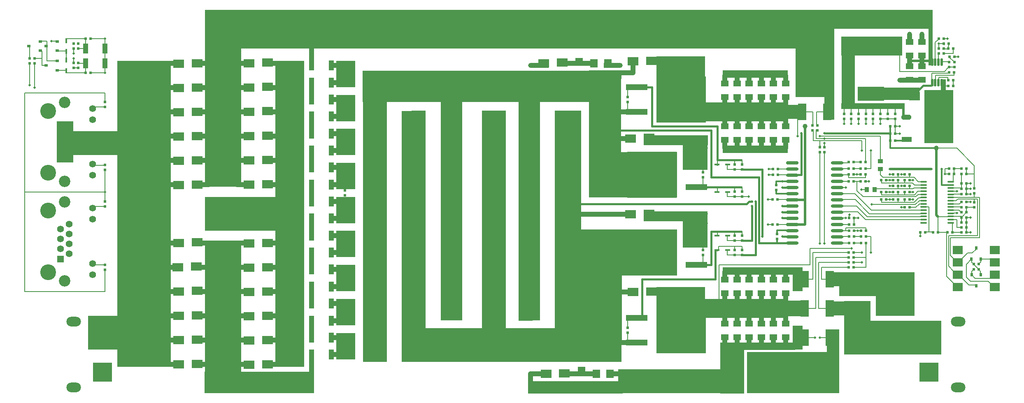
<source format=gtl>
G04*
G04 #@! TF.GenerationSoftware,Altium Limited,Altium Designer,18.1.7 (191)*
G04*
G04 Layer_Physical_Order=1*
G04 Layer_Color=255*
%FSLAX44Y44*%
%MOMM*%
G71*
G01*
G75*
%ADD10C,0.2000*%
%ADD16C,0.2540*%
%ADD18R,0.6000X0.6000*%
%ADD19R,1.5000X1.2000*%
%ADD20R,0.6000X0.6000*%
G04:AMPARAMS|DCode=21|XSize=1.47mm|YSize=0.48mm|CornerRadius=0.06mm|HoleSize=0mm|Usage=FLASHONLY|Rotation=90.000|XOffset=0mm|YOffset=0mm|HoleType=Round|Shape=RoundedRectangle|*
%AMROUNDEDRECTD21*
21,1,1.4700,0.3600,0,0,90.0*
21,1,1.3500,0.4800,0,0,90.0*
1,1,0.1200,0.1800,0.6750*
1,1,0.1200,0.1800,-0.6750*
1,1,0.1200,-0.1800,-0.6750*
1,1,0.1200,-0.1800,0.6750*
%
%ADD21ROUNDEDRECTD21*%
%ADD22R,1.8000X3.4000*%
%ADD23R,1.6000X1.8000*%
%ADD24O,2.6000X0.7000*%
%ADD25O,2.6000X0.6604*%
%ADD26R,0.9800X0.9300*%
%ADD27R,0.9300X0.9800*%
%ADD28R,1.5000X1.5000*%
%ADD29R,1.1000X2.0000*%
%ADD30R,0.4500X1.0000*%
%ADD31R,0.5500X0.8000*%
%ADD32R,2.9000X5.4000*%
%ADD33R,0.8000X0.5500*%
%ADD34R,2.2000X1.8000*%
%ADD35R,5.4000X2.9000*%
%ADD36O,1.4000X0.3500*%
%ADD37R,6.0000X6.0000*%
G04:AMPARAMS|DCode=38|XSize=2mm|YSize=1mm|CornerRadius=0mm|HoleSize=0mm|Usage=FLASHONLY|Rotation=180.000|XOffset=0mm|YOffset=0mm|HoleType=Round|Shape=Octagon|*
%AMOCTAGOND38*
4,1,8,-1.0000,0.2500,-1.0000,-0.2500,-0.7500,-0.5000,0.7500,-0.5000,1.0000,-0.2500,1.0000,0.2500,0.7500,0.5000,-0.7500,0.5000,-1.0000,0.2500,0.0*
%
%ADD38OCTAGOND38*%

%ADD39R,2.0000X1.0000*%
%ADD40R,1.0000X0.4500*%
%ADD41R,10.1600X9.5000*%
%ADD42R,4.5000X1.2500*%
%ADD75C,1.0000*%
%ADD76C,0.3000*%
%ADD77C,0.4000*%
%ADD78C,0.5000*%
%ADD79C,1.5000*%
%ADD80R,10.1000X4.9000*%
%ADD81R,22.5000X4.5000*%
%ADD82R,19.5000X2.5000*%
%ADD83R,5.0000X10.5000*%
%ADD84R,25.5000X5.0000*%
%ADD85R,0.9000X8.2000*%
%ADD86R,4.0000X1.0000*%
%ADD87R,1.0000X2.0000*%
%ADD88R,1.0000X2.0000*%
%ADD89R,4.5000X0.6000*%
%ADD90R,16.0000X7.0000*%
%ADD91R,6.0000X7.5000*%
%ADD92R,24.8000X4.0000*%
%ADD93R,2.0000X5.7000*%
%ADD94R,8.0000X10.5000*%
%ADD95R,15.0000X3.0000*%
%ADD96R,5.5000X11.0000*%
%ADD97R,7.5000X3.0000*%
%ADD98R,2.5000X5.7000*%
%ADD99R,4.0000X3.0000*%
%ADD100R,13.5000X1.5000*%
%ADD101R,13.5000X1.5000*%
%ADD102R,2.0000X5.0000*%
%ADD103R,2.0000X5.0000*%
%ADD104R,4.3000X3.2000*%
%ADD105R,15.0000X1.5000*%
%ADD106R,8.0000X9.0000*%
%ADD107R,19.0000X8.5000*%
%ADD108R,3.6000X2.1000*%
%ADD109R,2.7000X13.9000*%
%ADD110R,11.8000X2.6000*%
%ADD111R,12.5000X4.0000*%
%ADD112R,1.0000X4.3000*%
%ADD113R,13.0000X1.3000*%
%ADD114R,13.2000X2.0000*%
%ADD115R,5.2000X7.0000*%
%ADD116R,12.7000X2.0000*%
%ADD117R,5.2000X7.5000*%
%ADD118R,3.8000X1.0000*%
%ADD119R,10.1000X5.1000*%
%ADD120R,20.0000X7.0000*%
%ADD121R,4.0000X5.5000*%
%ADD122R,1.5000X1.0000*%
%ADD123R,5.5000X1.0000*%
%ADD124R,5.1000X1.0000*%
%ADD125R,3.4000X1.0000*%
%ADD126R,5.0000X32.5000*%
%ADD127R,9.8500X22.8000*%
%ADD128R,17.0000X5.0000*%
%ADD129R,3.5000X8.5000*%
%ADD130R,2.0000X1.0000*%
%ADD131R,7.5000X27.5000*%
%ADD132R,11.0000X63.0000*%
%ADD133R,6.0000X63.0000*%
%ADD134R,7.5000X36.5000*%
%ADD135R,1.0000X2.0000*%
%ADD136R,16.0000X1.6000*%
%ADD137R,25.0000X4.0000*%
%ADD138R,6.6500X19.8000*%
%ADD139R,18.2000X9.4000*%
%ADD140R,27.1000X4.0000*%
%ADD141R,123.5000X8.0000*%
%ADD142R,5.0000X51.7000*%
%ADD143R,5.0000X60.0000*%
%ADD144R,4.5000X46.0000*%
%ADD145R,4.5000X47.0000*%
%ADD146R,5.0000X45.2000*%
%ADD147R,22.2000X9.5000*%
%ADD148R,5.5000X45.7000*%
%ADD149R,44.8000X7.0000*%
%ADD150R,53.2000X6.5000*%
%ADD151O,3.0000X2.0000*%
%ADD152R,4.0000X4.0000*%
%ADD153R,2.0000X1.8000*%
%ADD154C,1.3980*%
%ADD155C,2.3550*%
%ADD156C,3.2500*%
%ADD157R,1.3980X1.3980*%
%ADD158C,0.4800*%
%ADD159C,1.0000*%
D10*
X1905000Y745000D02*
X1910000Y740000D01*
X1560000Y748000D02*
Y750000D01*
X1745000Y495000D02*
Y500000D01*
X2262000Y393000D02*
X2277000D01*
X2280000Y495000D02*
Y569998D01*
X2220000Y495000D02*
X2280000D01*
X2277000Y467000D02*
Y471000D01*
X2233000Y433000D02*
Y445000D01*
X2284000Y491000D02*
Y574000D01*
X2224000Y491000D02*
X2284000D01*
X2060000Y633000D02*
Y670000D01*
X2042000D02*
Y690000D01*
X1942000Y709920D02*
Y712920D01*
X1955000Y690000D02*
X2042000D01*
X2049000Y646000D02*
Y695000D01*
X1948000Y709920D02*
Y712920D01*
X1965000Y695000D02*
X2049000D01*
X2080000Y647700D02*
Y700000D01*
X1955000D02*
X2080000D01*
X2256162Y553000D02*
X2257080Y553918D01*
X2256080Y543998D02*
X2257080D01*
X2247998Y533998D02*
X2257998Y543998D01*
X2226374Y534278D02*
X2247280D01*
X2246920Y522998D02*
Y532998D01*
X2234000Y389000D02*
X2239000D01*
X2215922Y502000D02*
X2217920Y503998D01*
X2198000Y502000D02*
Y533998D01*
X2216000Y411000D02*
Y502000D01*
X1884000Y620000D02*
X1899000D01*
X1868080Y619998D02*
Y620000D01*
X484000Y631000D02*
X485000D01*
X2239999Y863080D02*
X2240000D01*
X2233080Y863011D02*
X2239999Y863080D01*
X2210080Y900000D02*
X2219000D01*
X2218998Y633000D02*
X2220000Y631998D01*
X2257000Y604000D02*
X2257080D01*
X2190700Y782100D02*
X2190900Y782700D01*
X2208000Y782000D02*
Y788000D01*
X2190500Y781500D02*
X2190700Y782100D01*
X2258000Y532000D02*
Y533998D01*
X2257080Y591920D02*
X2258000Y591000D01*
X2257080Y580000D02*
Y591920D01*
Y513918D02*
Y532918D01*
X2257000Y513000D02*
X2257080D01*
X2224594Y540998D02*
X2224594Y540998D01*
X2162077Y493999D02*
X2162140Y501360D01*
X2080000Y735000D02*
X2094920D01*
X2095000D02*
X2109920D01*
X2110000Y720000D02*
Y734920D01*
Y705000D02*
Y719920D01*
X375000Y895000D02*
X387000D01*
X1856920Y568998D02*
Y569000D01*
X485000Y565080D02*
Y585000D01*
X340000Y800000D02*
Y850000D01*
X330000Y805000D02*
Y850000D01*
X350000Y875000D02*
X355000D01*
X340000Y860000D02*
X355000D01*
X2112080Y705000D02*
X2120000D01*
X2112080Y720000D02*
X2120000D01*
X2110000Y745080D02*
Y760000D01*
X2219000Y840000D02*
X2220000D01*
X2212000Y833000D02*
X2219000Y840000D01*
X2120000Y833000D02*
X2212000D01*
X2120000D02*
Y866000D01*
X2217920Y829000D02*
X2218920Y830000D01*
X2186000Y829000D02*
X2217920D01*
X2186000Y814000D02*
Y829000D01*
X2200000Y890000D02*
X2210910D01*
X2192750Y852500D02*
Y892750D01*
X2199000Y899000D01*
X2230000Y878000D02*
X2231000D01*
X2209000Y869000D02*
X2209080Y868920D01*
X2230000Y870000D02*
Y878000D01*
X2210080Y870000D02*
X2230000D01*
X2210910Y889000D02*
Y890000D01*
Y888000D02*
X2210930Y890000D01*
X2199943Y885002D02*
X2200000Y890000D01*
X2199897Y880955D02*
X2199943Y885002D01*
Y885001D02*
Y885002D01*
X2198920Y880000D02*
X2199897Y880955D01*
X2027000Y621000D02*
X2038920D01*
X2026080Y504998D02*
X2034000D01*
X1760000Y369000D02*
Y380046D01*
X2015920Y537920D02*
X2016000Y538000D01*
X2015920Y530998D02*
Y537920D01*
X2002000Y530998D02*
X2009000D01*
X1910000Y700000D02*
Y740000D01*
X2237000Y675000D02*
X2272882Y639118D01*
X2195000Y675000D02*
X2237000D01*
X2194000D02*
X2195000D01*
X1869080Y619998D02*
X1887998D01*
X2195000Y675000D02*
X2195188Y674767D01*
X2095000Y745080D02*
Y760000D01*
X2080000Y745080D02*
Y760000D01*
X2065000Y745080D02*
Y760000D01*
X2080000Y725000D02*
Y732920D01*
X2065000Y725000D02*
Y732920D01*
X485000Y585000D02*
Y629920D01*
X320000Y585000D02*
Y789000D01*
Y380000D02*
Y585000D01*
X485000Y585000D01*
X320000Y789000D02*
X485000D01*
Y629920D02*
Y631000D01*
X320000Y380000D02*
X485000D01*
X1745000Y585000D02*
Y595000D01*
X1720000Y594000D02*
Y595000D01*
X1795000Y574920D02*
X1809000D01*
X1765000Y575000D02*
Y585000D01*
X485000Y830000D02*
Y845000D01*
X455080Y830000D02*
X485000D01*
Y885000D02*
Y900000D01*
X455080D02*
X485000D01*
X455080Y900000D02*
X455080Y900000D01*
X386500Y835000D02*
X405000D01*
X386500D02*
Y835500D01*
X405000Y900000D02*
X444920D01*
X405000Y900000D02*
Y900000D01*
X440000Y880000D02*
X444920Y875080D01*
Y900000D01*
X430000Y880000D02*
X440000D01*
X420000Y879920D02*
Y880000D01*
Y870000D02*
Y879920D01*
Y850160D02*
Y860000D01*
X444920Y875080D02*
X445000Y875000D01*
X386500Y875000D02*
X405000D01*
Y856000D02*
Y874000D01*
Y855000D02*
Y856000D01*
X386500Y875000D02*
Y875500D01*
X365000Y885000D02*
Y895000D01*
Y855000D02*
X385000D01*
X351500Y895000D02*
X365000D01*
X363500Y885000D02*
X365000Y883500D01*
Y855000D02*
Y883500D01*
X351500Y894500D02*
Y895000D01*
X330000Y860080D02*
Y885000D01*
X355000Y860000D02*
Y875000D01*
Y845000D02*
Y860000D01*
Y845000D02*
X363500D01*
X430000Y850000D02*
X445000D01*
X405000Y830000D02*
X443000D01*
X2048000Y646000D02*
X2049000D01*
X1948000Y695000D02*
Y709920D01*
X2049000Y646000D02*
X2049080D01*
X2025080Y440000D02*
X2042000D01*
X2025080Y460000D02*
X2042000D01*
X2277000Y393000D02*
Y394000D01*
X2248000Y407000D02*
X2262000Y393000D01*
X2115000Y621000D02*
X2116000Y620000D01*
X2085000Y615000D02*
X2096000D01*
X2080000Y620000D02*
X2085000Y615000D01*
X2080000Y620000D02*
Y630000D01*
X1942000Y690000D02*
Y709920D01*
X2049080Y633000D02*
X2060000D01*
X2232000Y841920D02*
X2233080D01*
X2221000D02*
X2232000D01*
X2258000Y532000D02*
X2264000D01*
X2050000Y745080D02*
Y760000D01*
Y745000D02*
Y745080D01*
X2020000D02*
Y760000D01*
Y745000D02*
Y745080D01*
X2035000D02*
Y760000D01*
Y745000D02*
Y745080D01*
X2005000D02*
Y760000D01*
Y745000D02*
Y745080D01*
X1868080Y568998D02*
X1894000D01*
X1867002D02*
X1868080D01*
Y517998D02*
X1894000D01*
X1867080D02*
X1868080D01*
X2284000Y438000D02*
X2286300Y440300D01*
Y446200D01*
X2288200D02*
X2310800D01*
X2271080Y436000D02*
X2282080Y425000D01*
X2268000Y444000D02*
X2268000Y444000D01*
Y439920D02*
Y444000D01*
Y439920D02*
X2271920Y436000D01*
X2268000Y421080D02*
X2271920Y425000D01*
X2268000Y416000D02*
Y421080D01*
X2268000Y416000D02*
X2268000Y416000D01*
X2282080Y425000D02*
X2286000Y421080D01*
Y416000D02*
Y421080D01*
X2273000Y622000D02*
Y637001D01*
Y592080D02*
Y622000D01*
X2272882Y639118D02*
X2273000Y637001D01*
X2273000Y569998D02*
X2280000D01*
X2239000D02*
X2273000D01*
X2225096Y574000D02*
X2284000D01*
X2273000Y564998D02*
Y569998D01*
X2257080Y553000D02*
X2272000D01*
X2230000Y606000D02*
Y621998D01*
X2231080D01*
X2231000Y633000D02*
X2246920D01*
X2231000Y632998D02*
Y633000D01*
X2213000Y622000D02*
Y631998D01*
X2213000Y631998D02*
X2213000Y631998D01*
X2224000Y454000D02*
Y491000D01*
X2220000Y432000D02*
Y495000D01*
X1868080Y619998D02*
X1869080D01*
X2216000Y411000D02*
X2231000Y396000D01*
X2232400D01*
X2230000Y422000D02*
X2235000D01*
X2220000Y432000D02*
X2230000Y422000D01*
X2224000Y454000D02*
X2233000Y445000D01*
X2229000Y527998D02*
X2237000D01*
Y512000D02*
Y527998D01*
Y512000D02*
X2245920D01*
X1926000Y750000D02*
X1941000D01*
Y724000D02*
Y750000D01*
X1949000D02*
X1968000D01*
X1949000Y723000D02*
Y750000D01*
X2244920Y562920D02*
Y565998D01*
X2242278Y560278D02*
X2244920Y562920D01*
X2228184Y560278D02*
X2242278D01*
X2245002Y543998D02*
X2247000D01*
X2241722Y547278D02*
X2245002Y543998D01*
X2224374Y547278D02*
X2241722D01*
X1941000Y460000D02*
X2014920D01*
X1941000Y405000D02*
Y460000D01*
X1924000Y405000D02*
X1941000D01*
X1953000Y440000D02*
X2014920D01*
X1953000Y345000D02*
Y440000D01*
Y345000D02*
X1976000D01*
X1947000Y450000D02*
X2014920D01*
X1947000Y345000D02*
Y450000D01*
X1924000Y345000D02*
X1947000D01*
X1959000Y430000D02*
X2014920D01*
X1959000Y405000D02*
Y430000D01*
Y405000D02*
X1975000D01*
X1935000Y469000D02*
X2020000D01*
X1935000Y435000D02*
Y469000D01*
X1748000Y435000D02*
X1935000D01*
X1748000Y363000D02*
Y435000D01*
X1965000Y479000D02*
Y666920D01*
X2307000Y396000D02*
X2312000D01*
X2302000Y401000D02*
X2307000Y396000D01*
X2265000Y401000D02*
X2302000D01*
X2282080Y436000D02*
X2284000Y437920D01*
X1948000Y709920D02*
X1950000Y711920D01*
X1948000Y695000D02*
X1965000D01*
X1940000Y711920D02*
X1942000Y709920D01*
Y690000D02*
X1955000D01*
X2041000Y590000D02*
X2052300D01*
X2026080Y530998D02*
X2032998D01*
X2063000Y559000D02*
X2152000D01*
X2060000Y460000D02*
Y493000D01*
X2051000D02*
X2060000D01*
X2050000Y450000D02*
Y480000D01*
X2025080Y450000D02*
X2040000D01*
X2050000D01*
Y430000D02*
Y450000D01*
X2025080Y430000D02*
X2050000D01*
X2044000Y575000D02*
X2153000D01*
X2032000Y587000D02*
X2044000Y575000D01*
X2032000Y587000D02*
Y607000D01*
X2049000Y528000D02*
X2167000D01*
X2033002Y543998D02*
X2049000Y528000D01*
X2001000Y543998D02*
X2033002D01*
X2057000Y540000D02*
X2166000D01*
X2028002Y568998D02*
X2057000Y540000D01*
X2001000Y568998D02*
X2028002D01*
X2156000Y534000D02*
X2169000D01*
X2053000D02*
X2103000D01*
X2031000Y556000D02*
X2053000Y534000D01*
X2003000Y556000D02*
X2031000D01*
X2061000Y547000D02*
X2168096D01*
X2027002Y580998D02*
X2061000Y547000D01*
X1998000Y580998D02*
X2027002D01*
X2050000Y725000D02*
Y732920D01*
X2005000Y725000D02*
Y732920D01*
X2224000Y788000D02*
X2229000Y793000D01*
X1745000Y641000D02*
Y651000D01*
X2224374Y573278D02*
X2225096Y574000D01*
X2035000Y725000D02*
Y732920D01*
X2020000Y725000D02*
Y732920D01*
X1747000Y465000D02*
Y473000D01*
X2175080Y502560D02*
X2187940D01*
X2257080Y602000D02*
Y604000D01*
Y591920D02*
Y602000D01*
X2264000D01*
X2257080D02*
X2257080D01*
X2258000Y591000D02*
X2264000D01*
X2257080Y579998D02*
Y580000D01*
X2264000D01*
X2257080D02*
X2257080D01*
X2257080Y502000D02*
X2263000D01*
X2257080Y512000D02*
Y513000D01*
Y502000D02*
Y512000D01*
X2232400Y396000D02*
X2239000Y389400D01*
X2215922Y502000D02*
X2216000D01*
X2198080D02*
X2215000D01*
X1765000Y455000D02*
Y465000D01*
X2190400Y781200D02*
X2190500Y781500D01*
X2190000Y780000D02*
X2190400Y781200D01*
X1955000Y285000D02*
X1975000D01*
X1924000D02*
X1945000D01*
X1920000D02*
X1924000D01*
X1955000Y479000D02*
Y666920D01*
X1955000Y685000D02*
Y690000D01*
Y685000D02*
X1955000D01*
Y677080D02*
Y685000D01*
X1965000Y677080D02*
Y685000D01*
X1940000Y711920D02*
Y712000D01*
X1950000Y711920D02*
Y712000D01*
X1765000Y631000D02*
X1794920D01*
X1765000D02*
Y641000D01*
X1794920Y631000D02*
X1795000Y630920D01*
X1794920Y631000D02*
X1794920Y631000D01*
X1780000Y503000D02*
Y503000D01*
Y495160D02*
Y503000D01*
X1745000D02*
Y503000D01*
Y500000D02*
Y503000D01*
X1795000Y586080D02*
Y595000D01*
Y641080D02*
Y651000D01*
X1780000Y651000D02*
Y651000D01*
Y641080D02*
Y651000D01*
X1745000D02*
Y651000D01*
X2014920Y430000D02*
X2015000D01*
X2014920Y440000D02*
X2015000D01*
X2050000Y480000D02*
X2050080D01*
X2025000Y430000D02*
X2025080D01*
X2025000Y460000D02*
X2025080D01*
X2014920D02*
X2015000D01*
X1955000Y677080D02*
X1957000Y679080D01*
X1780000Y473000D02*
X1795000D01*
X1747000D02*
X1780000D01*
X1795000Y465080D02*
Y473000D01*
X1780000Y465080D02*
Y473000D01*
X1745000Y503000D02*
X1780000D01*
X1795000Y495160D02*
Y503000D01*
X1780000D02*
X1795000D01*
X2049000Y633000D02*
X2049080D01*
X2211000Y803000D02*
X2219920D01*
X2209080Y869000D02*
X2210080Y870000D01*
X2209080Y879000D02*
X2220000D01*
X2208080D02*
X2209080D01*
X2219920Y880000D02*
X2220000Y890000D01*
X2230000Y862000D02*
X2231080Y862011D01*
X2085000Y883000D02*
X2088000Y886000D01*
X2206080Y853080D02*
X2221000D01*
X2199250Y851500D02*
Y868250D01*
X2200000Y813000D02*
Y821000D01*
X2186000Y809500D02*
X2186250D01*
X2203920Y781000D02*
X2205000D01*
X2229080Y801000D02*
X2230000D01*
X2229080D02*
X2230080Y803000D01*
Y815000D01*
X2200000Y821000D02*
X2218920D01*
Y815000D02*
Y821000D01*
Y815000D02*
X2219000D01*
X2193000Y816000D02*
Y825000D01*
X2218920Y801920D02*
X2219000Y802000D01*
X2221463Y862540D02*
X2232000Y852080D01*
X2225000Y825000D02*
X2230080Y825000D01*
X2231000D01*
X2230080Y825000D02*
Y825000D01*
X2193000Y825000D02*
X2225000D01*
X2229080D01*
X2231000Y825000D02*
Y830000D01*
X2200000Y782000D02*
X2201000D01*
X2190900Y782700D02*
X2191000Y783000D01*
X1715000Y625080D02*
Y640000D01*
X1714000Y484000D02*
Y485080D01*
X1715000Y465080D02*
Y485000D01*
X2099000Y621000D02*
X2105920D01*
X2107000D01*
X1745000Y651000D02*
X1780000D01*
X1780000Y485000D02*
X1795000D01*
X1780000Y651000D02*
X1795000D01*
X1780000Y574920D02*
X1795000D01*
X1765080D02*
X1780000D01*
X1765000Y575000D02*
X1765080Y574920D01*
X1780000Y585080D02*
Y595000D01*
X1745000D02*
X1745000D01*
X1780000Y454920D02*
X1795000D01*
X1765080D02*
X1780000D01*
X1765000Y455000D02*
X1765080Y454920D01*
X1765000Y485000D02*
X1780000D01*
X1765000Y495000D02*
X1765000Y495000D01*
Y485000D02*
Y495000D01*
X1745000Y500000D02*
X1745000D01*
X1715000Y600000D02*
Y614920D01*
Y440000D02*
Y454920D01*
X1560000Y800000D02*
X1561000D01*
X1560000Y780080D02*
Y800000D01*
Y750000D02*
Y769920D01*
Y748000D02*
X1561000D01*
X1560000Y275000D02*
Y294920D01*
Y305080D02*
Y325000D01*
X1530000Y715000D02*
X1535000D01*
X2050000Y505000D02*
Y511000D01*
X2014702Y505296D02*
X2016000Y503998D01*
X2009080Y505296D02*
Y511000D01*
Y505296D02*
X2013702D01*
X1990782D02*
X2009080D01*
Y511000D02*
X2050000D01*
X2025080Y632918D02*
X2038000D01*
X2025000Y632998D02*
X2025080Y632918D01*
X2049000Y614000D02*
Y623000D01*
X2007002Y620000D02*
X2015000D01*
Y614000D02*
Y620000D01*
Y614000D02*
X2049000D01*
X1867080Y619998D02*
X1868080D01*
X2026080Y530998D02*
Y531920D01*
Y517998D02*
Y530998D01*
X2026000Y532000D02*
X2026080Y531920D01*
X2049080Y607000D02*
X2056000D01*
X2047080D02*
X2049080D01*
X2039920Y505000D02*
X2041000D01*
X2033000D02*
X2039920D01*
X1894000Y517998D02*
X1894998D01*
X1895000Y518000D01*
X1893000Y543000D02*
X1894000Y544000D01*
X1867000Y569000D02*
X1867002Y568998D01*
X1887998Y619998D02*
X1888000Y620000D01*
X2096000Y615000D02*
X2096000Y615000D01*
X2152000Y559000D02*
X2159909Y566909D01*
X2158000Y606000D02*
X2165000D01*
X2149000Y615000D02*
X2158000Y606000D01*
X2140000Y615000D02*
X2149000D01*
X2150000Y599000D02*
X2150000Y599000D01*
X2146000Y603000D02*
X2150000Y599000D01*
X2130000Y603000D02*
X2146000D01*
X2115000Y608000D02*
X2116000Y607000D01*
X2130000Y603000D02*
Y610000D01*
Y603000D02*
Y603000D01*
X2137000Y591000D02*
X2140000D01*
X2116000D02*
X2137000D01*
X2140000D02*
X2147000D01*
X2116000D02*
Y598000D01*
X2067000Y591000D02*
X2116000D01*
X2147000Y591000D02*
X2149000Y593000D01*
X2157000Y586000D02*
X2164000D01*
X2130000Y579000D02*
X2150000D01*
X2150000D01*
X2157000Y586000D01*
X2157778Y579778D02*
X2168374D01*
X2153000Y575000D02*
X2157778Y579778D01*
X2032000Y607000D02*
X2038920D01*
X2025080D02*
X2032000D01*
X1997000Y594000D02*
X2009000D01*
X2005037Y607000D02*
X2014000D01*
X2005018Y606980D02*
X2005037Y607000D01*
X2037998Y645998D02*
X2038000D01*
X2025080D02*
X2036998D01*
X2007000Y619998D02*
X2007002Y620000D01*
X2031000Y493000D02*
X2039920D01*
X2026000D02*
X2031000D01*
X2039920D02*
X2040000D01*
X2031000Y492998D02*
X2036000D01*
X2026080D02*
X2031000D01*
Y493000D01*
X2036920Y480000D02*
X2037000D01*
X2026080D02*
X2036920D01*
X2026080Y479998D02*
Y480000D01*
X2037998Y645998D02*
X2038000Y646000D01*
X2140080Y609000D02*
X2147000D01*
X2138080D02*
X2140080D01*
X2096000Y615000D02*
X2116000D01*
X2159998Y559998D02*
X2160998D01*
X2153000Y553000D02*
X2159998Y559998D01*
X2141000Y553000D02*
X2153000D01*
X2159909Y566909D02*
X2160998D01*
X2130000Y567000D02*
X2131000Y568000D01*
X2081000Y569000D02*
X2082000Y568000D01*
X2130000Y563000D02*
X2149000D01*
X2130000D02*
Y563000D01*
X2159000Y573000D02*
X2165000D01*
X2149000Y563000D02*
X2159000Y573000D01*
X2130000Y563000D02*
Y567000D01*
X2160998Y559998D02*
X2168000D01*
X2160998D02*
X2161000Y560000D01*
X2140080Y553000D02*
X2141000D01*
X2138000D02*
X2140080D01*
X2161000Y560000D02*
X2165000D01*
X2130000Y579000D02*
Y585000D01*
X2116000Y579000D02*
Y586000D01*
X2224374Y586278D02*
X2236278D01*
X2025000Y622918D02*
Y622998D01*
X2129920Y553000D02*
X2130920D01*
X2124000D02*
X2129920D01*
X2099000Y609000D02*
X2105920D01*
X2092080D02*
X2099000D01*
Y569000D02*
X2105920D01*
X2092080D02*
X2099000D01*
Y585000D02*
X2105920D01*
X2092080D02*
X2099000D01*
X2149000Y593000D02*
X2165000D01*
X2140000Y597000D02*
X2140080D01*
X2166000Y599000D02*
X2167000Y600000D01*
X2150000Y599000D02*
X2166000D01*
X2116000Y615000D02*
Y620000D01*
Y615000D02*
X2140000D01*
X2123000Y621000D02*
X2129920D01*
X2140000Y615000D02*
Y620000D01*
X2082000Y603000D02*
Y607000D01*
X2116000Y603000D02*
X2130000D01*
X2082000D02*
X2116000D01*
Y607000D01*
X2198000Y502000D02*
X2198080D01*
X2140080Y585000D02*
X2147000D01*
X2138080D02*
X2140080D01*
Y569000D02*
X2147000D01*
X2138080D02*
X2140080D01*
X2140000Y591000D02*
X2140080Y591080D01*
Y597000D01*
X2123000D02*
X2129920D01*
X2105920D02*
X2107000D01*
X2099000D02*
X2105920D01*
Y609000D02*
X2107000D01*
X2105920Y585000D02*
X2107000D01*
X2105920Y569000D02*
X2107000D01*
X2141000Y553000D02*
X2142000Y554000D01*
X2245002Y580000D02*
X2246000Y580998D01*
X2224596Y580000D02*
X2245002D01*
X2224374Y579778D02*
X2224596Y580000D01*
X2246000Y502000D02*
X2247000Y503000D01*
X2228080Y502000D02*
X2246000D01*
X2257080Y602000D02*
Y604000D01*
Y591920D02*
Y602000D01*
Y591920D02*
X2257080Y591920D01*
X2269000Y459000D02*
X2277000Y467000D01*
X2259000Y459000D02*
X2269000D01*
X2247000Y447000D02*
X2259000Y459000D01*
X2246000Y447000D02*
X2247000D01*
X2239200Y440200D02*
X2246000Y447000D01*
X2234000Y420000D02*
X2235000Y419000D01*
X2273000Y574998D02*
Y579998D01*
X2257080Y543998D02*
X2257998D01*
X2246281Y533278D02*
X2247000Y533998D01*
X2247080Y533998D02*
X2247998D01*
X2257080Y553000D02*
X2257080D01*
X2256162D02*
X2257080D01*
X2257080D02*
Y553918D01*
Y543998D02*
Y553000D01*
X2257000Y553998D02*
X2257080Y553918D01*
X2246920Y621920D02*
X2247000Y622000D01*
X2246920Y591998D02*
Y614078D01*
X2224596Y593000D02*
X2244000D01*
X2224374Y592778D02*
X2224596Y593000D01*
X2257000Y532998D02*
X2257080Y532918D01*
X2213000Y633000D02*
X2218998D01*
X2213000Y632000D02*
Y633000D01*
X2168096Y547000D02*
X2168374Y547278D01*
X2166000Y540000D02*
X2167000Y541000D01*
X2116000Y579000D02*
X2130000D01*
X2082000D02*
X2116000D01*
X2082000D02*
Y584000D01*
X2116000Y563000D02*
X2130000D01*
X2082000D02*
X2116000D01*
X2082000D02*
Y568000D01*
X2116000Y563000D02*
Y567000D01*
X2165720Y586278D02*
X2166000Y585998D01*
X2165000Y586998D02*
X2165720Y586278D01*
X2168374D01*
X443000Y830000D02*
X443000Y830000D01*
X442920Y829920D02*
X443000Y830000D01*
X444920D02*
X445000D01*
X443000D02*
X444920D01*
Y900000D02*
Y900000D01*
Y900000D02*
X445000D01*
X420000Y840000D02*
X420080Y839920D01*
X430000D01*
X420000Y840000D02*
X420000D01*
X444920Y845080D02*
X445000Y845000D01*
X444920Y830000D02*
Y845080D01*
X485000Y875000D02*
X485000Y875000D01*
Y850000D02*
Y875000D01*
X444920Y849920D02*
X445000Y850000D01*
X483000Y855000D02*
X483000Y855000D01*
X1435000Y216000D02*
X1436000Y217000D01*
X2234000Y384000D02*
Y389000D01*
X2257000Y409000D02*
X2265000Y401000D01*
X2257000Y409000D02*
Y435900D01*
X2267300Y446200D01*
X2246800Y407000D02*
X2248000D01*
X2307000D02*
X2311000Y411000D01*
X2275000Y407000D02*
X2307000D01*
X2267500Y414500D02*
X2275000Y407000D01*
X2310800Y446200D02*
X2312000Y445000D01*
X2239000Y414800D02*
X2246800Y407000D01*
X2271000Y436000D02*
X2271080D01*
X2098002Y533998D02*
X2151998D01*
X1998000Y555998D02*
X2022002D01*
X2180000Y503000D02*
Y553998D01*
X2173000D02*
X2180000D01*
X2228080Y504918D02*
Y520078D01*
Y503000D02*
Y504918D01*
X2198000Y533998D02*
X2220000D01*
X2151998D02*
X2156000Y534000D01*
X2235780Y566778D02*
X2239000Y569998D01*
X2228184Y566778D02*
X2235780D01*
X2257080Y622000D02*
X2273000D01*
X2257080Y633000D02*
Y634920D01*
Y622000D02*
Y632000D01*
X2257000Y635000D02*
X2257080Y634920D01*
X2246920Y612000D02*
Y621920D01*
X2165000Y586998D02*
X2167000D01*
X2166721Y573278D02*
X2168374D01*
X2166721D02*
X2167000Y573000D01*
X2168374Y547278D02*
X2168721D01*
X2169000Y547000D01*
X1756000Y365000D02*
X1760000Y369000D01*
X485000Y770080D02*
Y789000D01*
X1869080Y620000D02*
X1876000D01*
X485000Y380000D02*
Y424920D01*
X460000Y435000D02*
X485000D01*
X460000Y555000D02*
X485000D01*
X460000Y640000D02*
X485000D01*
X460000Y760000D02*
X485000D01*
Y770000D02*
Y770080D01*
X2214000Y621998D02*
X2220000D01*
X1856000Y569000D02*
X1856920D01*
X1850000Y619998D02*
X1857920D01*
X1888102Y479896D02*
X1889000Y478998D01*
X1888000Y479998D02*
X1888102Y479896D01*
X2224594Y540998D02*
X2237000D01*
X2187860Y501480D02*
X2187940Y501560D01*
X2197940D02*
X2198020Y501480D01*
X1990782Y606896D02*
X2005018Y606980D01*
X2005000Y606998D02*
X2005018Y606980D01*
X1990884Y606998D02*
X2005000D01*
X1990782Y606896D02*
X1990884Y606998D01*
X1849000Y568998D02*
X1856920D01*
X1850000Y631998D02*
X1857920D01*
X1889000Y631998D02*
X1890000Y632998D01*
X1869080Y631998D02*
X1887000D01*
X1849000Y517998D02*
X1856920D01*
X1894000Y517998D02*
X1895000Y516998D01*
X2257000Y563998D02*
X2257080D01*
X2264000D01*
X2245000Y552998D02*
Y553998D01*
X2238000D02*
X2245000D01*
X2238000Y553998D02*
X2238000Y553998D01*
X1999000Y517998D02*
X2003000D01*
X2014920D01*
X2001000Y529998D02*
X2002000Y530998D01*
X2013920Y633998D02*
X2014920Y632998D01*
X1997000Y630998D02*
X1999000Y632998D01*
X2013920D01*
X1999000Y619998D02*
X2007000D01*
X2024000Y621158D02*
Y621998D01*
X2231000Y621998D02*
Y629918D01*
X1994000Y644998D02*
X2014920D01*
Y645998D02*
X2015000D01*
X2014920Y632998D02*
X2015000D01*
X1999000Y479998D02*
X2014920D01*
X1997000Y492998D02*
X2014920D01*
X2228000Y504998D02*
X2228080Y504918D01*
Y520078D02*
X2229000Y520998D01*
X2160998Y566909D02*
X2168374Y566778D01*
X2160998Y566909D02*
X2160998D01*
X2166920Y585918D02*
X2167000Y585998D01*
X2257080Y512998D02*
Y513918D01*
X2257000Y513998D02*
X2257080Y513918D01*
X2228000Y553998D02*
X2238000D01*
X2224374Y540778D02*
X2224594Y540998D01*
X2224155Y566998D02*
X2224374Y566778D01*
X1990580Y568998D02*
X1990782Y568796D01*
X2224155Y592998D02*
X2224374Y592778D01*
D16*
X1888080Y632918D02*
X1889000Y631998D01*
D18*
X2110000Y734920D02*
D03*
Y745080D02*
D03*
X2095000Y734920D02*
D03*
Y745080D02*
D03*
X2080000Y734920D02*
D03*
Y745080D02*
D03*
X2065000Y734920D02*
D03*
Y745080D02*
D03*
X978500Y587580D02*
D03*
Y577420D02*
D03*
X1955000Y677080D02*
D03*
Y666920D02*
D03*
X1965000Y677080D02*
D03*
Y666920D02*
D03*
X1940000Y711920D02*
D03*
Y722080D02*
D03*
X1950000Y711920D02*
D03*
Y722080D02*
D03*
X2035000Y734920D02*
D03*
Y745080D02*
D03*
X2020000D02*
D03*
Y734920D02*
D03*
X2005000D02*
D03*
Y745080D02*
D03*
X2232000Y841920D02*
D03*
Y852080D02*
D03*
X2221000Y841920D02*
D03*
Y852080D02*
D03*
X420000Y890080D02*
D03*
Y879920D02*
D03*
X430000D02*
D03*
Y890080D02*
D03*
X2273000Y581920D02*
D03*
Y592080D02*
D03*
X1780000Y641080D02*
D03*
Y630920D02*
D03*
Y454920D02*
D03*
Y465080D02*
D03*
X1780000Y485000D02*
D03*
Y495160D02*
D03*
X1780000Y585080D02*
D03*
Y574920D02*
D03*
X1795000Y485000D02*
D03*
Y495160D02*
D03*
X1795000Y585080D02*
D03*
Y574920D02*
D03*
Y454920D02*
D03*
Y465080D02*
D03*
Y641080D02*
D03*
Y630920D02*
D03*
X330000Y849920D02*
D03*
Y860080D02*
D03*
X340000Y849920D02*
D03*
Y860080D02*
D03*
X420000Y840000D02*
D03*
Y850160D02*
D03*
X485000Y435080D02*
D03*
Y424920D02*
D03*
Y640080D02*
D03*
Y629920D02*
D03*
Y554920D02*
D03*
Y565080D02*
D03*
Y759920D02*
D03*
Y770080D02*
D03*
X430000Y850080D02*
D03*
Y839920D02*
D03*
X1715000Y614920D02*
D03*
Y625080D02*
D03*
X1866000Y588920D02*
D03*
Y599080D02*
D03*
X1867000Y498080D02*
D03*
Y487920D02*
D03*
X2050000Y734920D02*
D03*
Y745080D02*
D03*
X1715000Y465080D02*
D03*
Y454920D02*
D03*
X1560000Y780080D02*
D03*
Y769920D02*
D03*
Y294920D02*
D03*
Y305080D02*
D03*
X2273000Y552920D02*
D03*
Y563080D02*
D03*
D19*
X2165000Y893954D02*
D03*
Y866046D02*
D03*
Y816046D02*
D03*
Y843954D02*
D03*
X2140000Y816046D02*
D03*
Y843954D02*
D03*
Y893954D02*
D03*
Y866046D02*
D03*
X1759968Y403906D02*
D03*
Y375998D02*
D03*
X1784968Y403906D02*
D03*
Y375998D02*
D03*
X1809967Y403906D02*
D03*
Y375998D02*
D03*
X1834967Y403906D02*
D03*
Y375998D02*
D03*
X1859967Y403906D02*
D03*
Y375998D02*
D03*
X1885000Y403954D02*
D03*
Y376046D02*
D03*
X1885033Y286094D02*
D03*
Y314002D02*
D03*
X1860033Y286094D02*
D03*
Y314002D02*
D03*
X1835034Y286094D02*
D03*
Y314002D02*
D03*
X1810034Y286094D02*
D03*
Y314002D02*
D03*
X1785034Y286094D02*
D03*
Y314002D02*
D03*
X1760034Y286094D02*
D03*
Y314002D02*
D03*
X1760000Y807954D02*
D03*
Y780046D02*
D03*
X1784966Y807906D02*
D03*
Y779998D02*
D03*
X1810000Y807954D02*
D03*
Y780046D02*
D03*
X1835000Y807954D02*
D03*
Y780046D02*
D03*
X1860000Y807954D02*
D03*
Y780046D02*
D03*
X1884967Y807906D02*
D03*
Y779998D02*
D03*
X1885000Y692046D02*
D03*
Y719954D02*
D03*
X1860000Y692046D02*
D03*
Y719954D02*
D03*
X1835000Y692046D02*
D03*
Y719954D02*
D03*
X1810000Y692046D02*
D03*
Y719954D02*
D03*
X1785000Y692046D02*
D03*
Y719954D02*
D03*
X1760034Y692094D02*
D03*
Y720002D02*
D03*
D20*
X2110080Y720000D02*
D03*
X2099920D02*
D03*
X2025080Y430000D02*
D03*
X2014920D02*
D03*
X2025080Y460000D02*
D03*
X2014920D02*
D03*
X2025080Y450000D02*
D03*
X2014920D02*
D03*
X2025080Y440000D02*
D03*
X2014920D02*
D03*
X2099920Y705000D02*
D03*
X2110080D02*
D03*
X2230080Y880000D02*
D03*
X2219920D02*
D03*
X2220920Y831000D02*
D03*
X2231080D02*
D03*
X2210080Y900000D02*
D03*
X2199920D02*
D03*
X2230080Y815000D02*
D03*
X2219920D02*
D03*
Y803000D02*
D03*
X2230080D02*
D03*
X2232080Y863000D02*
D03*
X2221920D02*
D03*
X2210080Y870000D02*
D03*
X2199920D02*
D03*
Y880000D02*
D03*
X2210080D02*
D03*
X2209920Y890000D02*
D03*
X2220080D02*
D03*
X2081920Y609000D02*
D03*
X2092080D02*
D03*
X2081920Y569000D02*
D03*
X2092080D02*
D03*
X444920Y900000D02*
D03*
X455080D02*
D03*
X2282080Y425000D02*
D03*
X2271920D02*
D03*
Y436000D02*
D03*
X2282080D02*
D03*
X2257080Y512000D02*
D03*
X2246920D02*
D03*
X2140080Y585000D02*
D03*
X2129920D02*
D03*
X2257080Y622000D02*
D03*
X2246920D02*
D03*
X2116080Y609000D02*
D03*
X2105920D02*
D03*
X2231080Y632998D02*
D03*
X2220920D02*
D03*
X2257080Y532000D02*
D03*
X2246920D02*
D03*
X2172080Y502000D02*
D03*
X2161920D02*
D03*
X2231080Y621998D02*
D03*
X2220920D02*
D03*
X2246920Y633000D02*
D03*
X2257080D02*
D03*
X2257080Y602000D02*
D03*
X2246920D02*
D03*
X1869080Y631998D02*
D03*
X1858920D02*
D03*
X2257080Y563998D02*
D03*
X2246920D02*
D03*
X2257080Y553000D02*
D03*
X2246920D02*
D03*
X2129920Y609000D02*
D03*
X2140080D02*
D03*
X2092080Y585000D02*
D03*
X2081920D02*
D03*
X2187920Y502000D02*
D03*
X2198080D02*
D03*
X2257080Y580000D02*
D03*
X2246920D02*
D03*
Y591000D02*
D03*
X2257080D02*
D03*
X1869080Y619998D02*
D03*
X1858920D02*
D03*
X444920Y830000D02*
D03*
X455080D02*
D03*
X2049080Y621000D02*
D03*
X2038920D02*
D03*
X2050080Y505000D02*
D03*
X2039920D02*
D03*
X2099920Y690000D02*
D03*
X2110080D02*
D03*
X2105920Y597000D02*
D03*
X2116080D02*
D03*
X2129920D02*
D03*
X2140080D02*
D03*
X2129920Y621000D02*
D03*
X2140080D02*
D03*
X2105920D02*
D03*
X2116080D02*
D03*
X1868080Y517998D02*
D03*
X1857920D02*
D03*
X1868080Y568998D02*
D03*
X1857920D02*
D03*
X2049080Y646000D02*
D03*
X2038920D02*
D03*
X2049080Y633000D02*
D03*
X2038920D02*
D03*
X2025080Y621000D02*
D03*
X2014920D02*
D03*
X2026080Y504998D02*
D03*
X2015920D02*
D03*
X2025080Y633000D02*
D03*
X2014920D02*
D03*
X2025080Y645998D02*
D03*
X2014920D02*
D03*
X2015920Y530998D02*
D03*
X2026080D02*
D03*
X2049080Y607000D02*
D03*
X2038920D02*
D03*
X2015920Y492998D02*
D03*
X2026080D02*
D03*
X2015920Y479998D02*
D03*
X2026080D02*
D03*
X2014920Y607000D02*
D03*
X2025080D02*
D03*
X2015920Y517998D02*
D03*
X2026080D02*
D03*
X2217920Y502000D02*
D03*
X2228080D02*
D03*
X2039920Y480000D02*
D03*
X2050080D02*
D03*
X2039920Y493000D02*
D03*
X2050080D02*
D03*
X2257080Y502000D02*
D03*
X2246920D02*
D03*
X2105920Y585000D02*
D03*
X2116080D02*
D03*
X2257080Y522000D02*
D03*
X2246920D02*
D03*
X2140080Y569000D02*
D03*
X2129920D02*
D03*
X2116080D02*
D03*
X2105920D02*
D03*
X2246920Y543000D02*
D03*
X2257080D02*
D03*
X2140080Y553000D02*
D03*
X2129920D02*
D03*
D21*
X2186250Y852500D02*
D03*
X2192750D02*
D03*
X2199250D02*
D03*
X2205750D02*
D03*
Y809500D02*
D03*
X2199250D02*
D03*
X2192750D02*
D03*
X2186250D02*
D03*
D22*
X1924000Y405000D02*
D03*
X1976000D02*
D03*
X1924000Y285000D02*
D03*
X1976000D02*
D03*
X1924000Y345000D02*
D03*
X1976000D02*
D03*
X1919000Y750000D02*
D03*
X1971000D02*
D03*
D23*
X1496000Y210000D02*
D03*
X1524000D02*
D03*
X1491000Y850000D02*
D03*
X1519000D02*
D03*
D24*
X1898782Y644996D02*
D03*
Y568796D02*
D03*
Y556096D02*
D03*
Y543396D02*
D03*
Y530696D02*
D03*
Y517996D02*
D03*
D25*
Y632296D02*
D03*
Y619596D02*
D03*
Y606896D02*
D03*
Y594196D02*
D03*
Y581496D02*
D03*
Y505296D02*
D03*
Y492596D02*
D03*
Y479896D02*
D03*
X1990782Y644996D02*
D03*
Y632296D02*
D03*
Y619596D02*
D03*
Y606896D02*
D03*
Y594196D02*
D03*
Y581496D02*
D03*
Y568796D02*
D03*
Y556096D02*
D03*
Y543396D02*
D03*
Y530696D02*
D03*
Y517996D02*
D03*
Y505296D02*
D03*
Y492596D02*
D03*
Y479896D02*
D03*
D26*
X2080000Y647700D02*
D03*
Y632300D02*
D03*
D27*
X2052300Y590000D02*
D03*
X2067700D02*
D03*
D28*
X1465000Y242954D02*
D03*
Y217046D02*
D03*
X1460000Y827046D02*
D03*
Y852954D02*
D03*
D29*
X910000Y530000D02*
D03*
X950000D02*
D03*
X950000Y845000D02*
D03*
X910000D02*
D03*
X950000Y495000D02*
D03*
X910000D02*
D03*
Y810000D02*
D03*
X950000D02*
D03*
X910000Y460000D02*
D03*
X950000D02*
D03*
Y775000D02*
D03*
X910000D02*
D03*
X950000Y425000D02*
D03*
X910000D02*
D03*
X910000Y740000D02*
D03*
X950000D02*
D03*
X910000Y390000D02*
D03*
X950000D02*
D03*
Y705000D02*
D03*
X910000D02*
D03*
X950000Y355000D02*
D03*
X910000D02*
D03*
Y670000D02*
D03*
X950000D02*
D03*
X910000Y320000D02*
D03*
X950000D02*
D03*
Y635000D02*
D03*
X910000D02*
D03*
X950000Y285000D02*
D03*
X910000D02*
D03*
Y600000D02*
D03*
X950000D02*
D03*
X910000Y250000D02*
D03*
X950000D02*
D03*
Y565000D02*
D03*
X910000D02*
D03*
X485000Y880000D02*
D03*
X445000D02*
D03*
X485000Y850000D02*
D03*
X445000D02*
D03*
D30*
X405000Y874000D02*
D03*
Y896000D02*
D03*
Y856000D02*
D03*
Y834000D02*
D03*
D31*
X2277000Y391500D02*
D03*
X2267500Y414500D02*
D03*
X2286500D02*
D03*
X2276800Y469200D02*
D03*
X2286300Y446200D02*
D03*
X2267300D02*
D03*
D32*
X1290000Y535000D02*
D03*
X1190000D02*
D03*
X1290000Y725000D02*
D03*
X1190000D02*
D03*
X1030000D02*
D03*
X1130000D02*
D03*
X1190000Y350000D02*
D03*
X1290000D02*
D03*
X1030000D02*
D03*
X1130000D02*
D03*
X1030000Y535000D02*
D03*
X1130000D02*
D03*
X1350000Y725000D02*
D03*
X1450000D02*
D03*
X1350000Y535000D02*
D03*
X1450000D02*
D03*
X1350000Y346998D02*
D03*
X1450000D02*
D03*
D33*
X386500Y875500D02*
D03*
Y894500D02*
D03*
X363500Y885000D02*
D03*
X351500Y875500D02*
D03*
Y894500D02*
D03*
X328500Y885000D02*
D03*
X386500Y835500D02*
D03*
Y854500D02*
D03*
X363500Y845000D02*
D03*
D34*
X1566000Y695000D02*
D03*
X1604000Y696000D02*
D03*
X2150000Y782000D02*
D03*
X2188000Y783000D02*
D03*
X674000Y600000D02*
D03*
X636000Y599000D02*
D03*
X819000Y851000D02*
D03*
X781000Y850000D02*
D03*
X636000Y849000D02*
D03*
X674000Y850000D02*
D03*
X781000Y229000D02*
D03*
X819000Y230000D02*
D03*
X674000Y231000D02*
D03*
X636000Y230000D02*
D03*
X781000Y479000D02*
D03*
X819000Y480000D02*
D03*
X781000Y429000D02*
D03*
X819000Y430000D02*
D03*
X781000Y379000D02*
D03*
X819000Y380000D02*
D03*
X781000Y329000D02*
D03*
X819000Y330000D02*
D03*
X781000Y279000D02*
D03*
X819000Y280000D02*
D03*
X674000Y481000D02*
D03*
X636000Y480000D02*
D03*
X673000Y431000D02*
D03*
X635000Y430000D02*
D03*
X674000Y381000D02*
D03*
X636000Y380000D02*
D03*
X674000Y331000D02*
D03*
X636000Y330000D02*
D03*
X674000Y281000D02*
D03*
X636000Y280000D02*
D03*
X819000Y601000D02*
D03*
X781000Y600000D02*
D03*
X819000Y651000D02*
D03*
X781000Y650000D02*
D03*
X819000Y701000D02*
D03*
X781000Y700000D02*
D03*
X819000Y751000D02*
D03*
X781000Y750000D02*
D03*
X819000Y801000D02*
D03*
X781000Y800000D02*
D03*
X636000Y799000D02*
D03*
X674000Y800000D02*
D03*
X636000Y749000D02*
D03*
X674000Y750000D02*
D03*
X636000Y699000D02*
D03*
X674000Y700000D02*
D03*
X636000Y649000D02*
D03*
X674000Y650000D02*
D03*
X1571000Y379000D02*
D03*
X1609000Y380000D02*
D03*
X1571000Y854000D02*
D03*
X1609000Y855000D02*
D03*
X1604000Y540000D02*
D03*
X1566000Y539000D02*
D03*
X1430000Y211000D02*
D03*
X1392000Y210000D02*
D03*
X1425000Y851000D02*
D03*
X1387000Y850000D02*
D03*
D35*
X2060000Y787000D02*
D03*
Y887000D02*
D03*
D36*
X2224374Y521278D02*
D03*
Y527778D02*
D03*
Y534278D02*
D03*
Y540778D02*
D03*
Y547278D02*
D03*
Y553778D02*
D03*
Y560278D02*
D03*
Y566778D02*
D03*
Y573278D02*
D03*
Y579778D02*
D03*
Y586278D02*
D03*
Y592778D02*
D03*
Y599278D02*
D03*
Y605778D02*
D03*
X2168374Y521278D02*
D03*
Y527778D02*
D03*
Y534278D02*
D03*
Y540778D02*
D03*
Y547278D02*
D03*
Y553778D02*
D03*
Y560278D02*
D03*
Y566778D02*
D03*
Y573278D02*
D03*
Y579778D02*
D03*
Y586278D02*
D03*
Y592778D02*
D03*
Y599278D02*
D03*
Y605778D02*
D03*
D37*
X2200500Y715000D02*
D03*
D38*
X2133000Y739000D02*
D03*
D39*
X2134000Y693000D02*
D03*
X1535000Y210000D02*
D03*
D40*
X1766000Y585000D02*
D03*
X1744000D02*
D03*
X1766000Y495000D02*
D03*
X1744000D02*
D03*
X1766000Y465000D02*
D03*
X1744000D02*
D03*
X1766000Y641000D02*
D03*
X1744000D02*
D03*
D41*
X1610000Y620000D02*
D03*
Y460000D02*
D03*
X1670000Y300000D02*
D03*
Y775000D02*
D03*
D42*
X1701440Y594600D02*
D03*
Y645400D02*
D03*
Y434600D02*
D03*
Y485400D02*
D03*
X1578560Y325400D02*
D03*
Y274600D02*
D03*
Y800400D02*
D03*
Y749600D02*
D03*
D75*
X1611000Y853000D02*
X1624000D01*
Y824000D02*
Y853000D01*
X1560000Y750000D02*
X1578560D01*
X1550000Y180000D02*
X1760000D01*
X1360000D02*
X1550000D01*
X1615000Y696000D02*
X1705000D01*
Y645000D02*
Y690000D01*
X1524000Y210000D02*
X1550000D01*
X1760000Y180000D02*
Y270000D01*
X1360000Y210000D02*
X1390000D01*
X1360000Y180000D02*
Y210000D01*
X1550000Y180000D02*
Y210000D01*
X1571000Y830000D02*
Y854000D01*
X1542000Y830000D02*
X1571000D01*
X1542000Y819000D02*
Y830000D01*
X910000Y205000D02*
Y250000D01*
X1700000Y540000D02*
X1702000D01*
X1680000D02*
X1700000D01*
X1604000D02*
X1680000D01*
X1535000Y710000D02*
Y715000D01*
Y695000D02*
Y710000D01*
X1609000Y855000D02*
X1611000Y853000D01*
X1535000Y695000D02*
X1561000D01*
X1535000Y750000D02*
X1560000D01*
X1535000Y715000D02*
Y750000D01*
X1578560Y749600D02*
Y750000D01*
X1458000Y539000D02*
Y541000D01*
Y539000D02*
X1566000D01*
X1526000Y379000D02*
X1571000D01*
X1507000Y274600D02*
X1578560D01*
X910000Y845000D02*
Y900000D01*
X910000Y775000D02*
Y810000D01*
Y705000D02*
Y740000D01*
Y635000D02*
Y670000D01*
Y565000D02*
Y600000D01*
Y495000D02*
Y525000D01*
X910000Y425000D02*
Y460000D01*
X910000Y355000D02*
Y385000D01*
Y285000D02*
Y315000D01*
D76*
X1867000Y480000D02*
Y488920D01*
X2099920Y705080D02*
Y720000D01*
Y705000D02*
Y705080D01*
X2206000Y599278D02*
Y632000D01*
Y599278D02*
X2224374D01*
X2100000Y675000D02*
X2194000D01*
X2099920D02*
Y690000D01*
Y705000D01*
X2110080Y690000D02*
X2135000D01*
X1878000Y607000D02*
X1897000D01*
X1866000D02*
X1878000D01*
X1867000Y480000D02*
X1887000D01*
X1867000Y506000D02*
X1890000D01*
X1867000Y500080D02*
Y506000D01*
X1866000Y600080D02*
Y607000D01*
Y581496D02*
Y589000D01*
Y581496D02*
X1894782D01*
D77*
X1732000Y615000D02*
Y712000D01*
X1541000D02*
X1732000D01*
X1810000Y565000D02*
X1816000D01*
X1805000Y560000D02*
X1810000Y565000D01*
X1456000Y560000D02*
X1805000D01*
X1830000Y480000D02*
X1830000Y615000D01*
X1732000D02*
X1830000D01*
X1732000Y435000D02*
Y503000D01*
X1718000Y435000D02*
X1732000D01*
X1718000Y435000D02*
X1718000Y435000D01*
X1718000Y435000D02*
X1722000D01*
X2099000Y706000D02*
X2099920Y705080D01*
X1965000Y706000D02*
X2099000D01*
X2186000Y807000D02*
Y809500D01*
X2184000Y804000D02*
X2185000Y805000D01*
X2168000Y804000D02*
X2184000D01*
X2158000Y794000D02*
X2168000Y804000D01*
X1723000Y595000D02*
X1742000D01*
X1878000Y531000D02*
X1898782D01*
X1917000Y620000D02*
Y706000D01*
X1908000Y620000D02*
X1917000D01*
X1878000Y493000D02*
X1893000D01*
X1737000Y595000D02*
X1745000D01*
X1720000Y592000D02*
X1723000Y595000D01*
X1456000Y560000D02*
Y568000D01*
X1745000Y651000D02*
Y720000D01*
X1610000D02*
X1745000D01*
X1830000Y480000D02*
X1895000D01*
X1740000Y465000D02*
X1745000D01*
X1740000Y405000D02*
Y465000D01*
X1590000Y405000D02*
X1740000D01*
X1590000Y327000D02*
Y405000D01*
X1720000Y592000D02*
Y594000D01*
X1878000Y556000D02*
X1898782D01*
X1816000Y485000D02*
Y556000D01*
X1795000Y485000D02*
X1816000D01*
X1878000Y594196D02*
X1898782D01*
X1795000Y455000D02*
X1823000D01*
Y565000D01*
X1794920Y631000D02*
X1837000D01*
X1794000D02*
X1794920D01*
X1780000Y503000D02*
X1794000D01*
X1745000D02*
X1780000D01*
X1732000D02*
X1745000D01*
X1780000Y595000D02*
X1794000D01*
X1780000Y651000D02*
X1794000D01*
X1745000D02*
X1780000D01*
X1541000Y706000D02*
Y710000D01*
X1535000D02*
X1541000D01*
X1520000D02*
X1535000D01*
X1745000Y595000D02*
X1780000D01*
X1837000Y493000D02*
Y631000D01*
X1795000Y485000D02*
Y485000D01*
X1878000Y594196D02*
X1878002Y594000D01*
X2158000Y786000D02*
Y794000D01*
X1744000Y641000D02*
X1745000D01*
X1795000Y454920D02*
Y455000D01*
X1610000Y720000D02*
Y800400D01*
X1578560D02*
X1610000D01*
X1585000Y327000D02*
X1586000D01*
X1878000Y543000D02*
X1893000D01*
D78*
X2099000Y632000D02*
X2099000Y632000D01*
X2185000D01*
X760000Y205000D02*
X910000D01*
X760000D02*
Y230000D01*
X2195000Y585000D02*
Y675000D01*
X2160000Y923000D02*
X2164000D01*
X2127000Y740000D02*
Y760000D01*
X1898782Y568796D02*
X1925000D01*
Y720000D01*
Y518000D02*
Y568796D01*
X1909000Y518000D02*
X1925000D01*
X2195000Y585000D02*
X2195000Y585000D01*
X2195000Y536998D02*
Y585000D01*
Y536998D02*
X2198000Y533998D01*
X950000Y805000D02*
Y810000D01*
X950000Y805000D02*
X950000Y805000D01*
X910000Y810000D02*
X910000Y810000D01*
X950000Y775000D02*
X950000Y775000D01*
X910000Y740000D02*
X910000Y740000D01*
X910000Y670000D02*
X910000Y670000D01*
X910000Y600000D02*
Y605000D01*
X910000Y605000D01*
X910000Y525000D02*
X910000Y525000D01*
X910000Y425000D02*
X910000Y425000D01*
X910000Y385000D02*
X910000Y385000D01*
X910000Y315000D02*
X910000Y315000D01*
X1888102Y479896D02*
X1898782D01*
D79*
X1450000Y346998D02*
Y351998D01*
Y285000D02*
Y346998D01*
X1290000Y350000D02*
Y355000D01*
Y285000D02*
Y350000D01*
X1130000D02*
Y355000D01*
Y285000D02*
Y350000D01*
X1190000D02*
Y355000D01*
Y345000D02*
Y350000D01*
X1030000Y725000D02*
Y765000D01*
Y535000D02*
Y725000D01*
X1450000Y381998D02*
Y535000D01*
X1290000Y385000D02*
Y535000D01*
X1350000Y381998D02*
Y535000D01*
X1190000D02*
Y685000D01*
Y385000D02*
Y535000D01*
X1300000Y285000D02*
X1450000D01*
X1140000D02*
X1290000D01*
X1130000Y535000D02*
Y685000D01*
Y385000D02*
Y535000D01*
X1030000Y385000D02*
Y535000D01*
D80*
X1669500Y839500D02*
D03*
D81*
X802500Y192500D02*
D03*
D82*
X1452500Y182500D02*
D03*
D83*
X1775000Y222500D02*
D03*
D84*
X1667500Y195000D02*
D03*
D85*
X2183500Y886000D02*
D03*
D86*
X2140000Y815000D02*
D03*
D87*
X2165000Y900000D02*
D03*
X2140000Y855000D02*
D03*
D88*
X2140000Y900000D02*
D03*
X2165000Y855000D02*
D03*
D89*
X2162500Y855000D02*
D03*
D90*
X530000Y295000D02*
D03*
D91*
X2200000Y757500D02*
D03*
D92*
X2064000Y940000D02*
D03*
D93*
X1975000Y761500D02*
D03*
D94*
X1945000Y832500D02*
D03*
D95*
X2070000Y385000D02*
D03*
X2055000Y405000D02*
D03*
D96*
X2032500Y305000D02*
D03*
D97*
X2012500Y345000D02*
D03*
D98*
X1982500Y273500D02*
D03*
D99*
X1900000Y750000D02*
D03*
D100*
X1822500Y827500D02*
D03*
D101*
Y672500D02*
D03*
D102*
X1910000Y285000D02*
D03*
D103*
X1910000Y405000D02*
D03*
D104*
X1900500Y345000D02*
D03*
D105*
X1830000Y267500D02*
D03*
D106*
X2110000Y375000D02*
D03*
D107*
X1900000Y212500D02*
D03*
D108*
X2212000Y784500D02*
D03*
D109*
X2013500Y834500D02*
D03*
D110*
X2102000Y787000D02*
D03*
D111*
X2062500Y885000D02*
D03*
D112*
X2209000Y795500D02*
D03*
D113*
X2065000Y761500D02*
D03*
D114*
X1659000Y691000D02*
D03*
D115*
X1699000Y665000D02*
D03*
D116*
X1656500Y535000D02*
D03*
D117*
X1699000Y507500D02*
D03*
D118*
X1379000Y845000D02*
D03*
D119*
X1669500Y363500D02*
D03*
D120*
X2105000Y285000D02*
D03*
X790000Y540000D02*
D03*
D121*
X980000Y827500D02*
D03*
Y757500D02*
D03*
Y687500D02*
D03*
Y617500D02*
D03*
Y547500D02*
D03*
Y477500D02*
D03*
Y407500D02*
D03*
Y337500D02*
D03*
Y267500D02*
D03*
D122*
X957500Y810000D02*
D03*
Y845000D02*
D03*
Y740000D02*
D03*
Y775000D02*
D03*
Y670000D02*
D03*
Y705000D02*
D03*
Y600000D02*
D03*
Y635000D02*
D03*
Y530000D02*
D03*
Y565000D02*
D03*
Y460000D02*
D03*
Y495000D02*
D03*
Y390000D02*
D03*
Y425000D02*
D03*
Y320000D02*
D03*
Y355000D02*
D03*
Y285000D02*
D03*
Y250000D02*
D03*
D123*
X1457500Y850000D02*
D03*
D124*
X1464500Y210000D02*
D03*
D125*
X1528000Y845000D02*
D03*
D126*
X1435000Y397500D02*
D03*
D127*
X1498750Y391000D02*
D03*
D128*
X480000Y685000D02*
D03*
D129*
X402500Y687500D02*
D03*
D130*
X830000Y850000D02*
D03*
X770000D02*
D03*
X690000D02*
D03*
X620000D02*
D03*
X625000Y230000D02*
D03*
X835000D02*
D03*
X690000D02*
D03*
X770000D02*
D03*
Y280000D02*
D03*
Y330000D02*
D03*
Y380000D02*
D03*
Y430000D02*
D03*
Y480000D02*
D03*
X620000Y330000D02*
D03*
Y280000D02*
D03*
X690000D02*
D03*
Y330000D02*
D03*
Y380000D02*
D03*
Y480000D02*
D03*
Y430000D02*
D03*
X620000Y380000D02*
D03*
Y430000D02*
D03*
Y480000D02*
D03*
Y800000D02*
D03*
Y750000D02*
D03*
Y700000D02*
D03*
Y650000D02*
D03*
Y600000D02*
D03*
X690000D02*
D03*
Y650000D02*
D03*
Y700000D02*
D03*
Y750000D02*
D03*
Y800000D02*
D03*
X765000D02*
D03*
X835000D02*
D03*
Y700000D02*
D03*
Y750000D02*
D03*
X765000D02*
D03*
Y700000D02*
D03*
Y650000D02*
D03*
Y600000D02*
D03*
X835000Y650000D02*
D03*
Y600000D02*
D03*
Y480000D02*
D03*
Y430000D02*
D03*
Y380000D02*
D03*
Y330000D02*
D03*
Y280000D02*
D03*
D131*
X727500Y347500D02*
D03*
D132*
X565000Y540000D02*
D03*
D133*
X865000D02*
D03*
D134*
X727500Y777500D02*
D03*
D135*
X1760000Y816000D02*
D03*
X1885000Y684000D02*
D03*
X1885000Y816000D02*
D03*
X1860000D02*
D03*
X1835000D02*
D03*
X1810000D02*
D03*
X1785000D02*
D03*
X1810000Y684000D02*
D03*
X1835000D02*
D03*
X1860000D02*
D03*
X1785000D02*
D03*
X1760000D02*
D03*
X1885000Y771000D02*
D03*
X1860000D02*
D03*
X1835000D02*
D03*
X1760000Y729000D02*
D03*
X1785000D02*
D03*
X1810000D02*
D03*
X1835000D02*
D03*
X1860000D02*
D03*
X1885000D02*
D03*
X1760000Y771000D02*
D03*
X1785000D02*
D03*
X1810000D02*
D03*
X1810000Y278000D02*
D03*
X1785000D02*
D03*
X1760000D02*
D03*
X1885000Y412000D02*
D03*
X1860000D02*
D03*
X1835000D02*
D03*
X1810000D02*
D03*
X1785000D02*
D03*
X1760000D02*
D03*
X1835000Y278000D02*
D03*
X1860000D02*
D03*
X1885000D02*
D03*
X1835000Y321000D02*
D03*
X1810000D02*
D03*
X1785000D02*
D03*
X1760000D02*
D03*
X1760000Y369000D02*
D03*
X1785000D02*
D03*
X1810000D02*
D03*
X1835000D02*
D03*
X1860000D02*
D03*
X1885000D02*
D03*
X1885000Y321000D02*
D03*
X1860000D02*
D03*
D136*
X1835000Y422000D02*
D03*
D137*
X1765000Y345000D02*
D03*
D138*
X1513250Y736000D02*
D03*
D139*
X1571000Y620000D02*
D03*
D140*
X1754500Y750000D02*
D03*
D141*
X1367500Y920000D02*
D03*
D142*
X1120000Y493500D02*
D03*
D143*
X1040000Y535000D02*
D03*
D144*
X1197500Y550000D02*
D03*
D145*
X1357500Y555000D02*
D03*
D146*
X1285000Y526000D02*
D03*
D147*
X1551000Y460500D02*
D03*
D148*
X1437500Y523500D02*
D03*
D149*
X1324000Y270000D02*
D03*
D150*
X1281000Y802500D02*
D03*
D151*
X2240000Y317500D02*
D03*
Y182500D02*
D03*
X420000D02*
D03*
Y317500D02*
D03*
D152*
X2180000Y286000D02*
D03*
Y214000D02*
D03*
X480000D02*
D03*
Y286000D02*
D03*
D153*
X2315200Y465600D02*
D03*
X2239000D02*
D03*
X2315200Y389400D02*
D03*
Y414800D02*
D03*
Y440200D02*
D03*
X2239000D02*
D03*
Y414800D02*
D03*
Y389400D02*
D03*
D154*
X459148Y642067D02*
D03*
Y619167D02*
D03*
Y733467D02*
D03*
Y756367D02*
D03*
X410848Y723367D02*
D03*
X393048Y713167D02*
D03*
X410848Y702967D02*
D03*
X393048Y692767D02*
D03*
X410848Y682567D02*
D03*
X393048Y672367D02*
D03*
X410848Y662167D02*
D03*
X459148Y437067D02*
D03*
Y414168D02*
D03*
Y528467D02*
D03*
Y551367D02*
D03*
X410848Y518368D02*
D03*
X393048Y508167D02*
D03*
X410848Y497967D02*
D03*
X393048Y487767D02*
D03*
X410848Y477567D02*
D03*
X393048Y467368D02*
D03*
X410848Y457168D02*
D03*
D155*
X401948Y606467D02*
D03*
Y769067D02*
D03*
Y401468D02*
D03*
Y564067D02*
D03*
D156*
X367648Y624267D02*
D03*
Y751267D02*
D03*
Y419268D02*
D03*
Y546268D02*
D03*
D157*
X393048Y651967D02*
D03*
Y446968D02*
D03*
D158*
X2060000Y670000D02*
D03*
X2042000D02*
D03*
X485000Y585000D02*
D03*
X340000Y800000D02*
D03*
X330000Y805000D02*
D03*
X2120000Y705000D02*
D03*
Y720000D02*
D03*
X2183000Y890000D02*
D03*
X2200000D02*
D03*
X2218000Y900000D02*
D03*
X2240000Y863000D02*
D03*
X2016000Y538000D02*
D03*
X2206000Y632000D02*
D03*
X2099000Y632000D02*
D03*
X2185000D02*
D03*
X1910000Y700000D02*
D03*
X2080000Y725000D02*
D03*
X2065000D02*
D03*
X485000Y830000D02*
D03*
Y900000D02*
D03*
X515000Y850000D02*
D03*
X375000Y895000D02*
D03*
X2042000Y440000D02*
D03*
Y460000D02*
D03*
X1809000Y575000D02*
D03*
X2162000Y494000D02*
D03*
X1917000Y706000D02*
D03*
X1965000D02*
D03*
X1878000Y493000D02*
D03*
X1816000Y565000D02*
D03*
X2213000Y622000D02*
D03*
X2021000Y469000D02*
D03*
X1955000Y479000D02*
D03*
X1965000D02*
D03*
X2041000Y590000D02*
D03*
X2062000Y559000D02*
D03*
X2034000Y531000D02*
D03*
X2060000Y460000D02*
D03*
X2005000Y725000D02*
D03*
X2020000D02*
D03*
X2035000D02*
D03*
X2050000D02*
D03*
X1955000Y700000D02*
D03*
X2265000Y602000D02*
D03*
X2265000Y591000D02*
D03*
X2265000Y580000D02*
D03*
Y502000D02*
D03*
X1823000Y565000D02*
D03*
X1955000Y285000D02*
D03*
X1945000D02*
D03*
X1965000Y695000D02*
D03*
Y685000D02*
D03*
X1837000Y493000D02*
D03*
X1816000Y556000D02*
D03*
X2195000Y585000D02*
D03*
X2099000Y621000D02*
D03*
X1878000Y543000D02*
D03*
X2056000Y607000D02*
D03*
X2032000Y620998D02*
D03*
X2033000Y505000D02*
D03*
X2237000Y586000D02*
D03*
X2123000Y621000D02*
D03*
Y597000D02*
D03*
X2099000D02*
D03*
X2147000Y569000D02*
D03*
Y585000D02*
D03*
Y609000D02*
D03*
X2099000Y585000D02*
D03*
Y609000D02*
D03*
Y569000D02*
D03*
X2123000Y553000D02*
D03*
X2265000Y532000D02*
D03*
X420000Y870000D02*
D03*
Y860000D02*
D03*
X1878000Y607000D02*
D03*
X1878000Y556000D02*
D03*
Y594000D02*
D03*
X1878000Y531000D02*
D03*
X1850000Y619998D02*
D03*
X2237000Y540998D02*
D03*
X1849000Y568998D02*
D03*
X1850000Y631998D02*
D03*
X1849000Y517998D02*
D03*
X2009000Y530998D02*
D03*
X2265000Y563998D02*
D03*
X2009000Y594000D02*
D03*
D159*
X2120000Y815000D02*
D03*
X2165000Y910000D02*
D03*
X2140000D02*
D03*
X2100000Y395000D02*
D03*
X2120000D02*
D03*
X2140000D02*
D03*
X2110000Y385000D02*
D03*
X2130000D02*
D03*
Y365000D02*
D03*
X2110000D02*
D03*
X2140000Y375000D02*
D03*
X2120000D02*
D03*
X2100000D02*
D03*
X2130000Y345000D02*
D03*
X2110000D02*
D03*
X2140000Y355000D02*
D03*
X2120000D02*
D03*
X2100000D02*
D03*
X2110000Y405000D02*
D03*
X2130000D02*
D03*
X2090000D02*
D03*
X2080000Y355000D02*
D03*
X2090000Y345000D02*
D03*
X2080000Y375000D02*
D03*
X2090000Y365000D02*
D03*
Y385000D02*
D03*
X2080000Y395000D02*
D03*
X1785000Y905000D02*
D03*
Y940000D02*
D03*
X1865000Y905000D02*
D03*
Y940000D02*
D03*
X1825000D02*
D03*
Y905000D02*
D03*
X1820000Y230000D02*
D03*
X1835000Y220000D02*
D03*
Y200000D02*
D03*
X1820000Y210000D02*
D03*
X1835000Y180000D02*
D03*
X1820000Y190000D02*
D03*
X1835000Y240000D02*
D03*
X1895000D02*
D03*
X1865000D02*
D03*
X2195000Y675000D02*
D03*
X1710000Y665000D02*
D03*
X1690000D02*
D03*
X1680000Y675000D02*
D03*
X1690000Y685000D02*
D03*
X1700000Y675000D02*
D03*
X1710000Y685000D02*
D03*
X1680000Y695000D02*
D03*
X1700000D02*
D03*
X1720000Y675000D02*
D03*
Y695000D02*
D03*
X1710000Y530000D02*
D03*
X1690000D02*
D03*
X1680000Y540000D02*
D03*
X1700000D02*
D03*
X1720000D02*
D03*
X1690000Y510000D02*
D03*
X1710000D02*
D03*
X1720000Y520000D02*
D03*
X1700000D02*
D03*
X1680000D02*
D03*
X2205000Y785000D02*
D03*
X2220000Y770000D02*
D03*
X2205000Y755000D02*
D03*
X1925000Y720000D02*
D03*
X2005000Y760000D02*
D03*
X2200000Y715000D02*
D03*
X2220000Y735000D02*
D03*
Y695000D02*
D03*
X2180000D02*
D03*
Y735000D02*
D03*
X1885000Y825000D02*
D03*
X1860000D02*
D03*
X1835000D02*
D03*
X1810000D02*
D03*
X1785000D02*
D03*
X1760000D02*
D03*
Y675000D02*
D03*
X1910000Y300000D02*
D03*
Y285000D02*
D03*
Y270000D02*
D03*
X1885000D02*
D03*
X1860000D02*
D03*
X1835000D02*
D03*
X1810000D02*
D03*
X1785000D02*
D03*
X1760000D02*
D03*
X1910000Y390000D02*
D03*
Y405000D02*
D03*
Y420000D02*
D03*
X1885000D02*
D03*
X1860000D02*
D03*
X1835000D02*
D03*
X1810000D02*
D03*
X1785000D02*
D03*
X1760000D02*
D03*
X1850000Y190000D02*
D03*
X1880000D02*
D03*
X1910000D02*
D03*
X1865000Y180000D02*
D03*
X1895000D02*
D03*
X1850000Y210000D02*
D03*
X1880000D02*
D03*
X1910000D02*
D03*
X1865000Y200000D02*
D03*
X1895000D02*
D03*
Y220000D02*
D03*
X1865000D02*
D03*
X1910000Y230000D02*
D03*
X1880000D02*
D03*
X1850000D02*
D03*
X1545000Y845000D02*
D03*
X745000Y940000D02*
D03*
X785000Y940000D02*
D03*
X1705000Y905000D02*
D03*
Y940000D02*
D03*
X1745000D02*
D03*
Y905000D02*
D03*
X1505000Y940000D02*
D03*
X1545000D02*
D03*
Y905000D02*
D03*
X1585000Y940000D02*
D03*
Y905000D02*
D03*
X1625000Y940000D02*
D03*
Y905000D02*
D03*
X1665000Y940000D02*
D03*
Y905000D02*
D03*
X1505000D02*
D03*
X1810000Y675000D02*
D03*
X1785000D02*
D03*
X860000Y529998D02*
D03*
Y549998D02*
D03*
X750000Y245000D02*
D03*
X735000Y235000D02*
D03*
X705000D02*
D03*
X720000Y245000D02*
D03*
X705000Y255000D02*
D03*
X735000D02*
D03*
X750000Y265000D02*
D03*
X720000D02*
D03*
X710000Y680000D02*
D03*
X745000D02*
D03*
Y645000D02*
D03*
X710000D02*
D03*
Y870000D02*
D03*
X745000D02*
D03*
Y830000D02*
D03*
X710000D02*
D03*
X745000Y790000D02*
D03*
X710000D02*
D03*
X745000Y750000D02*
D03*
X710000D02*
D03*
X745000Y715000D02*
D03*
X710000D02*
D03*
X865000Y940000D02*
D03*
Y905000D02*
D03*
X825000D02*
D03*
Y940000D02*
D03*
X785000Y905000D02*
D03*
X745000D02*
D03*
X710000D02*
D03*
Y940000D02*
D03*
X1065000D02*
D03*
Y905000D02*
D03*
X1025000D02*
D03*
Y940000D02*
D03*
X985000Y905000D02*
D03*
Y940000D02*
D03*
X945000Y905000D02*
D03*
Y940000D02*
D03*
X905000Y905000D02*
D03*
Y940000D02*
D03*
X1265000D02*
D03*
Y905000D02*
D03*
X1225000D02*
D03*
Y940000D02*
D03*
X1185000Y905000D02*
D03*
Y940000D02*
D03*
X1145000Y905000D02*
D03*
Y940000D02*
D03*
X1105000Y905000D02*
D03*
Y940000D02*
D03*
X1465000D02*
D03*
Y905000D02*
D03*
X1425000D02*
D03*
Y940000D02*
D03*
X1385000Y905000D02*
D03*
Y940000D02*
D03*
X1345000Y905000D02*
D03*
Y940000D02*
D03*
X1305000Y905000D02*
D03*
Y940000D02*
D03*
X1360000Y845000D02*
D03*
X790002Y565000D02*
D03*
X810002D02*
D03*
X800002Y530000D02*
D03*
X800002Y550000D02*
D03*
X780002Y530000D02*
D03*
Y550000D02*
D03*
X790002Y515000D02*
D03*
X810002D02*
D03*
X830002Y565000D02*
D03*
X850002D02*
D03*
X840002Y530000D02*
D03*
X840002Y550000D02*
D03*
X820002Y530000D02*
D03*
Y550000D02*
D03*
X830002Y515000D02*
D03*
X850002D02*
D03*
X710002Y565000D02*
D03*
X730002D02*
D03*
X720002Y530000D02*
D03*
X720002Y550000D02*
D03*
X700002Y530000D02*
D03*
Y550000D02*
D03*
X710002Y515000D02*
D03*
X730002D02*
D03*
X750002Y565000D02*
D03*
X770002D02*
D03*
X760002Y530000D02*
D03*
X760002Y550000D02*
D03*
X740002Y530000D02*
D03*
Y550000D02*
D03*
X750002Y515000D02*
D03*
X770002D02*
D03*
X750000Y464998D02*
D03*
X720000D02*
D03*
X735000Y474998D02*
D03*
X705000D02*
D03*
X750000Y444998D02*
D03*
Y424998D02*
D03*
X720000D02*
D03*
X735000Y434998D02*
D03*
X720000Y444998D02*
D03*
X735000Y454998D02*
D03*
X705000D02*
D03*
Y434998D02*
D03*
X750000Y404998D02*
D03*
Y384998D02*
D03*
X720000D02*
D03*
X735000Y394998D02*
D03*
X720000Y404998D02*
D03*
X735000Y414998D02*
D03*
X705000D02*
D03*
Y394998D02*
D03*
X750000Y364998D02*
D03*
Y344998D02*
D03*
X720000D02*
D03*
X735000Y354998D02*
D03*
X720000Y364998D02*
D03*
X735000Y374998D02*
D03*
X705000D02*
D03*
Y354998D02*
D03*
X750000Y324998D02*
D03*
Y304998D02*
D03*
X720000D02*
D03*
X735000Y314998D02*
D03*
X720000Y324998D02*
D03*
X735000Y334998D02*
D03*
X705000D02*
D03*
Y314998D02*
D03*
X750000Y284998D02*
D03*
X735000Y274998D02*
D03*
X720000Y284998D02*
D03*
X735000Y294998D02*
D03*
X705000D02*
D03*
Y274998D02*
D03*
X1885000Y675000D02*
D03*
X1860000D02*
D03*
X1835000D02*
D03*
M02*

</source>
